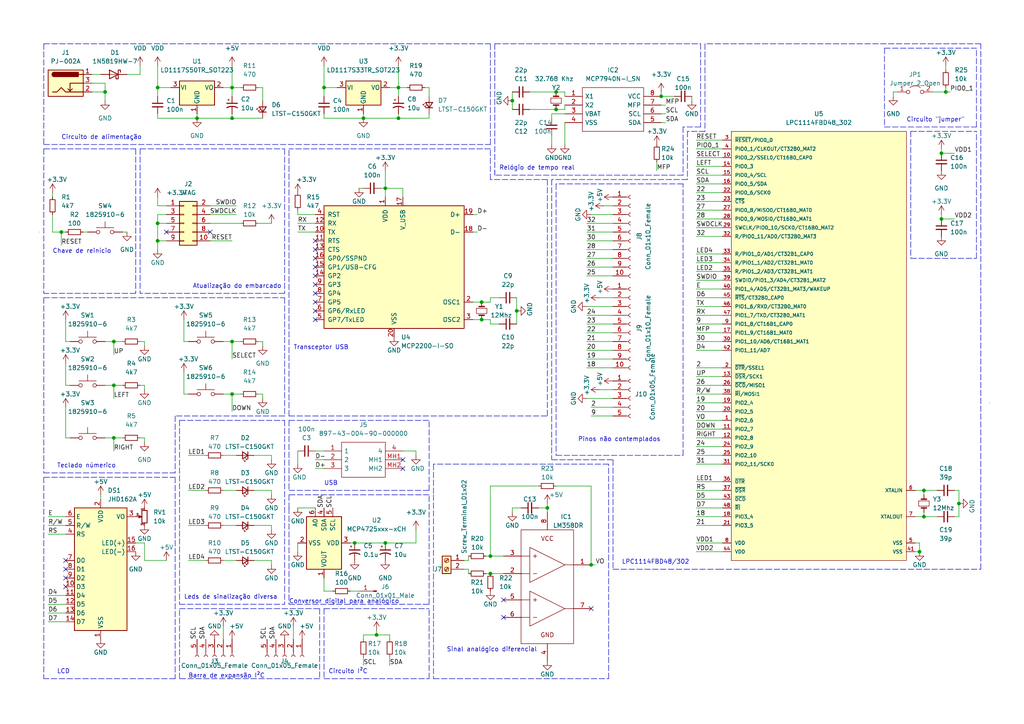
<source format=kicad_sch>
(kicad_sch (version 20250114) (generator "eeschema") (generator_version "9.0")
  (paper "A4")
  (title_block (title "Esquemático do projeto em grupo") (date "2022-10-17") (rev "3/3") (comment 1 "Guilherme F") (comment 2 "Felippe S") (comment 3 "Andressa H") (comment 4 "Autores:"))
  (text "Conversor digital para analógico" (at 83.82 175.26 0) (effects (font (size 1.27 1.27)) (justify left bottom)))
  (text "Circuito de alimentação\n" (at 17.78 40.64 0) (effects (font (size 1.27 1.27)) (justify left bottom)))
  (text "Circuito \"jumper\"\n" (at 262.89 35.56 0) (effects (font (size 1.27 1.27)) (justify left bottom)))
  (text "Relógio de tempo real\n" (at 144.78 49.53 0) (effects (font (size 1.27 1.27)) (justify left bottom)))
  (text "LCD\n" (at 16.51 195.58 0) (effects (font (size 1.27 1.27)) (justify left bottom)))
  (text "Teclado númerico" (at 16.51 135.89 0) (effects (font (size 1.27 1.27)) (justify left bottom)))
  (text "USB" (at 93.98 140.97 0) (effects (font (size 1.27 1.27)) (justify left bottom)))
  (text "Circuito I²C\n" (at 95.25 195.58 0) (effects (font (size 1.27 1.27)) (justify left bottom)))
  (text "Chave de reinício\n" (at 15.24 73.66 0) (effects (font (size 1.27 1.27)) (justify left bottom)))
  (text "Leds de sinalização diversa\n" (at 53.34 173.99 0) (effects (font (size 1.27 1.27)) (justify left bottom)))
  (text "LPC1114FBD48/302\n" (at 180.34 163.83 0) (effects (font (size 1.27 1.27)) (justify left bottom)))
  (text "Transceptor USB\n" (at 85.09 101.6 0) (effects (font (size 1.27 1.27)) (justify left bottom)))
  (text "Pinos não contemplados" (at 167.64 128.27 0) (effects (font (size 1.27 1.27)) (justify left bottom)))
  (text "Barra de expansão I²C\n" (at 54.61 196.85 0) (effects (font (size 1.27 1.27)) (justify left bottom)))
  (text "Atualização do embarcado\n" (at 55.88 83.82 0) (effects (font (size 1.27 1.27)) (justify left bottom)))
  (text "Sinal analógico diferencial\n" (at 129.54 189.23 0) (effects (font (size 1.27 1.27)) (justify left bottom)))
  (junction (at 267.97 149.86))
  (junction (at 139.7 87.63))
  (junction (at 67.31 34.29))
  (junction (at 115.57 25.4))
  (junction (at 139.7 92.71))
  (junction (at 171.45 163.83))
  (junction (at 45.72 69.85))
  (junction (at 142.24 166.37))
  (junction (at 105.41 34.29))
  (junction (at 45.72 25.4))
  (junction (at 149.86 90.17))
  (junction (at 33.02 99.06))
  (junction (at 111.76 54.61))
  (junction (at 17.78 67.31))
  (junction (at 273.05 44.45))
  (junction (at 161.29 31.75))
  (junction (at 67.31 114.3))
  (junction (at 148.59 29.21))
  (junction (at 266.7 160.02))
  (junction (at 33.02 111.76))
  (junction (at 115.57 34.29))
  (junction (at 161.29 26.67))
  (junction (at 142.24 161.29))
  (junction (at 93.98 25.4))
  (junction (at 274.32 26.67))
  (junction (at 111.76 157.48))
  (junction (at 102.87 157.48))
  (junction (at 273.05 63.5))
  (junction (at 57.15 34.29))
  (junction (at 267.97 142.24))
  (junction (at 33.02 127))
  (junction (at 67.31 25.4))
  (junction (at 67.31 99.06))
  (junction (at 109.22 184.15))
  (junction (at 30.48 26.67))
  (junction (at 278.13 146.05))
  (junction (at 45.72 64.77))
  (junction (at 158.75 147.32))
  (junction (at 191.77 27.94))
  (no_connect (at 171.45 176.53))
  (no_connect (at 91.44 90.17))
  (no_connect (at 91.44 92.71))
  (no_connect (at 48.26 67.31))
  (no_connect (at 60.96 67.31))
  (no_connect (at 19.05 165.1))
  (no_connect (at 146.05 179.07))
  (no_connect (at 146.05 173.99))
  (no_connect (at 91.44 69.85))
  (no_connect (at 91.44 72.39))
  (no_connect (at 19.05 170.18))
  (no_connect (at 19.05 167.64))
  (no_connect (at 91.44 74.93))
  (no_connect (at 19.05 162.56))
  (no_connect (at 116.84 133.35))
  (no_connect (at 116.84 135.89))
  (no_connect (at 91.44 87.63))
  (no_connect (at 91.44 85.09))
  (no_connect (at 91.44 82.55))
  (no_connect (at 91.44 77.47))
  (no_connect (at 91.44 80.01))
  (wire (pts (xy 53.34 99.06) (xy 53.34 92.71)))
  (polyline (pts (xy 92.71 196.85) (xy 52.07 196.85)) (stroke (width 0) (type dash)))
  (polyline (pts (xy 143.51 49.53) (xy 143.51 50.8)) (stroke (width 0) (type dash)))
  (wire (pts (xy 113.03 190.5) (xy 113.03 193.04)))
  (wire (pts (xy 30.48 24.13) (xy 30.48 26.67)))
  (wire (pts (xy 40.64 19.05) (xy 40.64 21.59)))
  (wire (pts (xy 67.31 33.02) (xy 67.31 34.29)))
  (wire (pts (xy 120.65 130.81) (xy 120.65 132.08)))
  (wire (pts (xy 67.31 19.05) (xy 67.31 25.4)))
  (polyline (pts (xy 203.2 36.83) (xy 198.12 36.83)) (stroke (width 0) (type dash)))
  (wire (pts (xy 134.62 162.56) (xy 135.89 162.56)))
  (wire (pts (xy 260.35 26.67) (xy 259.08 26.67)))
  (wire (pts (xy 45.72 34.29) (xy 57.15 34.29)))
  (wire (pts (xy 201.93 124.46) (xy 209.55 124.46)))
  (wire (pts (xy 201.93 60.96) (xy 209.55 60.96)))
  (wire (pts (xy 45.72 59.69) (xy 45.72 57.15)))
  (wire (pts (xy 86.36 67.31) (xy 91.44 67.31)))
  (wire (pts (xy 57.15 33.02) (xy 57.15 34.29)))
  (wire (pts (xy 170.18 77.47) (xy 177.8 77.47)))
  (wire (pts (xy 74.93 114.3) (xy 76.2 114.3)))
  (wire (pts (xy 201.93 109.22) (xy 209.55 109.22)))
  (wire (pts (xy 201.93 45.72) (xy 209.55 45.72)))
  (polyline (pts (xy 12.7 43.18) (xy 12.7 85.09)) (stroke (width 0) (type dash)))
  (wire (pts (xy 13.97 177.8) (xy 19.05 177.8)))
  (wire (pts (xy 201.93 147.32) (xy 209.55 147.32)))
  (wire (pts (xy 67.31 25.4) (xy 67.31 27.94)))
  (wire (pts (xy 142.24 92.71) (xy 139.7 92.71)))
  (polyline (pts (xy 161.29 53.34) (xy 161.29 58.42)) (stroke (width 0) (type dash)))
  (wire (pts (xy 278.13 142.24) (xy 276.86 142.24)))
  (wire (pts (xy 17.78 67.31) (xy 19.05 67.31)))
  (wire (pts (xy 163.83 27.94) (xy 163.83 26.67)))
  (polyline (pts (xy 40.64 43.18) (xy 82.55 43.18)) (stroke (width 0) (type dash)))
  (wire (pts (xy 64.77 181.61) (xy 64.77 185.42)))
  (wire (pts (xy 191.77 30.48) (xy 193.04 30.48)))
  (polyline (pts (xy 83.82 120.65) (xy 158.75 120.65)) (stroke (width 0) (type dash)))
  (wire (pts (xy 201.93 111.76) (xy 209.55 111.76)))
  (polyline (pts (xy 142.24 52.07) (xy 142.24 43.18)) (stroke (width 0) (type dash)))
  (wire (pts (xy 115.57 33.02) (xy 115.57 34.29)))
  (polyline (pts (xy 264.16 38.1) (xy 264.16 74.93)) (stroke (width 0) (type dash)))
  (wire (pts (xy 259.08 26.67) (xy 259.08 27.94)))
  (polyline (pts (xy 82.55 43.18) (xy 82.55 85.09)) (stroke (width 0) (type dash)))
  (wire (pts (xy 91.44 135.89) (xy 93.98 135.89)))
  (wire (pts (xy 173.99 113.03) (xy 177.8 113.03)))
  (polyline (pts (xy 264.16 74.93) (xy 283.21 74.93)) (stroke (width 0) (type dash)))
  (wire (pts (xy 104.14 54.61) (xy 105.41 54.61)))
  (wire (pts (xy 191.77 35.56) (xy 193.04 35.56)))
  (polyline (pts (xy 198.12 50.8) (xy 143.51 50.8)) (stroke (width 0) (type dash)))
  (wire (pts (xy 191.77 27.94) (xy 195.58 27.94)))
  (wire (pts (xy 78.74 142.24) (xy 78.74 143.51)))
  (wire (pts (xy 41.91 162.56) (xy 48.26 162.56)))
  (polyline (pts (xy 284.48 12.7) (xy 204.47 12.7)) (stroke (width 0) (type dash)))
  (polyline (pts (xy 52.07 196.85) (xy 52.07 176.53)) (stroke (width 0) (type dash)))
  (wire (pts (xy 170.18 104.14) (xy 177.8 104.14)))
  (wire (pts (xy 170.18 72.39) (xy 177.8 72.39)))
  (wire (pts (xy 201.93 144.78) (xy 209.55 144.78)))
  (polyline (pts (xy 161.29 132.08) (xy 198.12 132.08)) (stroke (width 0) (type dash)))
  (wire (pts (xy 86.36 62.23) (xy 91.44 62.23)))
  (polyline (pts (xy 52.07 175.26) (xy 82.55 175.26)) (stroke (width 0) (type dash)))
  (wire (pts (xy 201.93 129.54) (xy 209.55 129.54)))
  (wire (pts (xy 156.21 140.97) (xy 142.24 140.97)))
  (wire (pts (xy 201.93 91.44) (xy 209.55 91.44)))
  (wire (pts (xy 267.97 148.59) (xy 267.97 149.86)))
  (wire (pts (xy 74.93 25.4) (xy 76.2 25.4)))
  (wire (pts (xy 148.59 147.32) (xy 148.59 148.59)))
  (polyline (pts (xy 12.7 43.18) (xy 39.37 43.18)) (stroke (width 0) (type dash)))
  (wire (pts (xy 86.36 157.48) (xy 86.36 160.02)))
  (wire (pts (xy 120.65 153.67) (xy 120.65 157.48)))
  (polyline (pts (xy 142.24 43.18) (xy 83.82 43.18)) (stroke (width 0) (type dash)))
  (wire (pts (xy 140.97 161.29) (xy 142.24 161.29)))
  (wire (pts (xy 15.24 62.23) (xy 15.24 67.31)))
  (wire (pts (xy 45.72 62.23) (xy 45.72 64.77)))
  (wire (pts (xy 73.66 152.4) (xy 78.74 152.4)))
  (polyline (pts (xy 92.71 176.53) (xy 92.71 196.85)) (stroke (width 0) (type dash)))
  (wire (pts (xy 278.13 149.86) (xy 276.86 149.86)))
  (wire (pts (xy 163.83 31.75) (xy 161.29 31.75)))
  (wire (pts (xy 161.29 31.75) (xy 153.67 31.75)))
  (wire (pts (xy 201.93 142.24) (xy 209.55 142.24)))
  (wire (pts (xy 135.89 162.56) (xy 135.89 161.29)))
  (wire (pts (xy 163.83 41.91) (xy 163.83 35.56)))
  (polyline (pts (xy 83.82 175.26) (xy 124.46 175.26)) (stroke (width 0) (type dash)))
  (wire (pts (xy 201.93 157.48) (xy 209.55 157.48)))
  (wire (pts (xy 201.93 48.26) (xy 209.55 48.26)))
  (polyline (pts (xy 264.16 38.1) (xy 283.21 38.1)) (stroke (width 0) (type dash)))
  (polyline (pts (xy 158.75 52.07) (xy 158.75 102.87)) (stroke (width 0) (type dash)))
  (polyline (pts (xy 161.29 58.42) (xy 161.29 132.08)) (stroke (width 0) (type dash)))
  (wire (pts (xy 41.91 128.27) (xy 41.91 127)))
  (wire (pts (xy 170.18 88.9) (xy 177.8 88.9)))
  (wire (pts (xy 20.32 127) (xy 19.05 127)))
  (wire (pts (xy 191.77 26.67) (xy 191.77 27.94)))
  (polyline (pts (xy 125.73 143.51) (xy 125.73 196.85)) (stroke (width 0) (type dash)))
  (wire (pts (xy 15.24 55.88) (xy 15.24 57.15)))
  (wire (pts (xy 190.5 46.99) (xy 190.5 49.53)))
  (wire (pts (xy 64.77 162.56) (xy 68.58 162.56)))
  (wire (pts (xy 158.75 147.32) (xy 158.75 148.59)))
  (wire (pts (xy 140.97 166.37) (xy 142.24 166.37)))
  (polyline (pts (xy 93.98 176.53) (xy 124.46 176.53)) (stroke (width 0) (type dash)))
  (wire (pts (xy 201.93 106.68) (xy 209.55 106.68)))
  (wire (pts (xy 111.76 49.53) (xy 111.76 54.61)))
  (wire (pts (xy 109.22 182.88) (xy 109.22 184.15)))
  (wire (pts (xy 60.96 59.69) (xy 68.58 59.69)))
  (wire (pts (xy 41.91 157.48) (xy 41.91 162.56)))
  (wire (pts (xy 54.61 162.56) (xy 59.69 162.56)))
  (wire (pts (xy 201.93 66.04) (xy 209.55 66.04)))
  (polyline (pts (xy 124.46 142.24) (xy 124.46 121.92)) (stroke (width 0) (type dash)))
  (polyline (pts (xy 82.55 86.36) (xy 82.55 120.65)) (stroke (width 0) (type dash)))
  (wire (pts (xy 110.49 54.61) (xy 111.76 54.61)))
  (polyline (pts (xy 125.73 196.85) (xy 176.53 196.85)) (stroke (width 0) (type dash)))
  (wire (pts (xy 35.56 67.31) (xy 36.83 67.31)))
  (polyline (pts (xy 50.8 120.65) (xy 50.8 137.16)) (stroke (width 0) (type dash)))
  (wire (pts (xy 76.2 115.57) (xy 76.2 114.3)))
  (wire (pts (xy 201.93 76.2) (xy 209.55 76.2)))
  (wire (pts (xy 86.36 147.32) (xy 91.44 147.32)))
  (polyline (pts (xy 222.25 165.1) (xy 284.48 165.1)) (stroke (width 0) (type dash)))
  (wire (pts (xy 142.24 86.36) (xy 142.24 87.63)))
  (wire (pts (xy 142.24 161.29) (xy 146.05 161.29)))
  (wire (pts (xy 48.26 59.69) (xy 45.72 59.69)))
  (wire (pts (xy 40.64 127) (xy 41.91 127)))
  (wire (pts (xy 30.48 26.67) (xy 30.48 29.21)))
  (polyline (pts (xy 160.02 133.35) (xy 177.8 133.35)) (stroke (width 0) (type dash)))
  (wire (pts (xy 74.93 99.06) (xy 76.2 99.06)))
  (wire (pts (xy 39.37 157.48) (xy 41.91 157.48)))
  (wire (pts (xy 267.97 142.24) (xy 271.78 142.24)))
  (polyline (pts (xy 52.07 121.92) (xy 52.07 175.26)) (stroke (width 0) (type dash)))
  (wire (pts (xy 163.83 30.48) (xy 163.83 31.75)))
  (polyline (pts (xy 83.82 121.92) (xy 124.46 121.92)) (stroke (width 0) (type dash)))
  (wire (pts (xy 201.93 134.62) (xy 209.55 134.62)))
  (polyline (pts (xy 52.07 121.92) (xy 82.55 121.92)) (stroke (width 0) (type dash)))
  (wire (pts (xy 273.05 62.23) (xy 273.05 63.5)))
  (wire (pts (xy 93.98 167.64) (xy 93.98 171.45)))
  (wire (pts (xy 67.31 114.3) (xy 67.31 119.38)))
  (wire (pts (xy 45.72 25.4) (xy 45.72 27.94)))
  (wire (pts (xy 137.16 67.31) (xy 138.43 67.31)))
  (polyline (pts (xy 199.39 52.07) (xy 160.02 52.07)) (stroke (width 0) (type dash)))
  (wire (pts (xy 86.36 64.77) (xy 91.44 64.77)))
  (wire (pts (xy 265.43 149.86) (xy 267.97 149.86)))
  (wire (pts (xy 86.36 60.96) (xy 86.36 62.23)))
  (wire (pts (xy 201.93 96.52) (xy 209.55 96.52)))
  (wire (pts (xy 33.02 111.76) (xy 35.56 111.76)))
  (wire (pts (xy 67.31 99.06) (xy 67.31 104.14)))
  (wire (pts (xy 105.41 184.15) (xy 109.22 184.15)))
  (polyline (pts (xy 142.24 41.91) (xy 142.24 12.7)) (stroke (width 0) (type dash)))
  (wire (pts (xy 201.93 93.98) (xy 209.55 93.98)))
  (wire (pts (xy 201.93 101.6) (xy 209.55 101.6)))
  (wire (pts (xy 265.43 157.48) (xy 266.7 157.48)))
  (wire (pts (xy 274.32 26.67) (xy 274.32 25.4)))
  (polyline (pts (xy 12.7 12.7) (xy 12.7 41.91)) (stroke (width 0) (type dash)))
  (wire (pts (xy 13.97 149.86) (xy 19.05 149.86)))
  (polyline (pts (xy 204.47 12.7) (xy 204.47 38.1)) (stroke (width 0) (type dash)))
  (polyline (pts (xy 143.51 12.7) (xy 143.51 50.8)) (stroke (width 0) (type dash)))
  (wire (pts (xy 124.46 33.02) (xy 124.46 34.29)))
  (wire (pts (xy 19.05 111.76) (xy 19.05 105.41)))
  (polyline (pts (xy 143.51 12.7) (xy 203.2 12.7)) (stroke (width 0) (type dash)))
  (wire (pts (xy 33.02 99.06) (xy 33.02 102.87)))
  (wire (pts (xy 73.66 142.24) (xy 78.74 142.24)))
  (wire (pts (xy 93.98 34.29) (xy 105.41 34.29)))
  (wire (pts (xy 54.61 132.08) (xy 59.69 132.08)))
  (wire (pts (xy 200.66 29.21) (xy 200.66 27.94)))
  (wire (pts (xy 54.61 152.4) (xy 59.69 152.4)))
  (polyline (pts (xy 283.21 74.93) (xy 283.21 38.1)) (stroke (width 0) (type dash)))
  (polyline (pts (xy 256.54 36.83) (xy 283.21 36.83)) (stroke (width 0) (type dash)))
  (wire (pts (xy 201.93 53.34) (xy 209.55 53.34)))
  (wire (pts (xy 41.91 113.03) (xy 41.91 111.76)))
  (polyline (pts (xy 12.7 138.43) (xy 50.8 138.43)) (stroke (width 0) (type dash)))
  (wire (pts (xy 67.31 25.4) (xy 69.85 25.4)))
  (polyline (pts (xy 177.8 133.35) (xy 177.8 165.1)) (stroke (width 0) (type dash)))
  (wire (pts (xy 76.2 100.33) (xy 76.2 99.06)))
  (polyline (pts (xy 12.7 41.91) (xy 142.24 41.91)) (stroke (width 0) (type dash)))
  (wire (pts (xy 45.72 19.05) (xy 45.72 25.4)))
  (wire (pts (xy 201.93 139.7) (xy 209.55 139.7)))
  (polyline (pts (xy 287.02 116.84) (xy 287.02 116.84)) (stroke (width 0) (type dash)))
  (wire (pts (xy 273.05 43.18) (xy 273.05 44.45)))
  (wire (pts (xy 170.18 106.68) (xy 177.8 106.68)))
  (wire (pts (xy 20.32 99.06) (xy 19.05 99.06)))
  (wire (pts (xy 76.2 25.4) (xy 76.2 29.21)))
  (wire (pts (xy 170.18 67.31) (xy 177.8 67.31)))
  (wire (pts (xy 156.21 147.32) (xy 158.75 147.32)))
  (wire (pts (xy 54.61 114.3) (xy 53.34 114.3)))
  (wire (pts (xy 201.93 88.9) (xy 209.55 88.9)))
  (wire (pts (xy 116.84 130.81) (xy 120.65 130.81)))
  (wire (pts (xy 201.93 132.08) (xy 209.55 132.08)))
  (wire (pts (xy 201.93 116.84) (xy 209.55 116.84)))
  (wire (pts (xy 13.97 180.34) (xy 19.05 180.34)))
  (wire (pts (xy 201.93 40.64) (xy 209.55 40.64)))
  (polyline (pts (xy 40.64 43.18) (xy 40.64 85.09)) (stroke (width 0) (type dash)))
  (polyline (pts (xy 83.82 147.32) (xy 83.82 175.26)) (stroke (width 0) (type dash)))
  (wire (pts (xy 201.93 149.86) (xy 209.55 149.86)))
  (wire (pts (xy 17.78 67.31) (xy 17.78 71.12)))
  (polyline (pts (xy 198.12 36.83) (xy 198.12 50.8)) (stroke (width 0) (type dash)))
  (wire (pts (xy 30.48 111.76) (xy 33.02 111.76)))
  (wire (pts (xy 267.97 142.24) (xy 267.97 143.51)))
  (wire (pts (xy 160.02 34.29) (xy 160.02 33.02)))
  (polyline (pts (xy 82.55 120.65) (xy 50.8 120.65)) (stroke (width 0) (type dash)))
  (polyline (pts (xy 204.47 38.1) (xy 199.39 38.1)) (stroke (width 0) (type dash)))
  (wire (pts (xy 201.93 50.8) (xy 209.55 50.8)))
  (wire (pts (xy 57.15 34.29) (xy 67.31 34.29)))
  (wire (pts (xy 266.7 157.48) (xy 266.7 160.02)))
  (wire (pts (xy 116.84 57.15) (xy 116.84 54.61)))
  (wire (pts (xy 33.02 111.76) (xy 33.02 115.57)))
  (polyline (pts (xy 93.98 196.85) (xy 124.46 196.85)) (stroke (width 0) (type dash)))
  (wire (pts (xy 123.19 25.4) (xy 124.46 25.4)))
  (polyline (pts (xy 208.28 165.1) (xy 222.25 165.1)) (stroke (width 0) (type dash)))
  (wire (pts (xy 274.32 26.67) (xy 275.59 26.67)))
  (wire (pts (xy 93.98 171.45) (xy 96.52 171.45)))
  (wire (pts (xy 93.98 33.02) (xy 93.98 34.29)))
  (wire (pts (xy 115.57 27.94) (xy 115.57 25.4)))
  (polyline (pts (xy 50.8 137.16) (xy 50.8 137.16)) (stroke (width 0) (type dash)))
  (wire (pts (xy 161.29 26.67) (xy 153.67 26.67)))
  (wire (pts (xy 101.6 157.48) (xy 102.87 157.48)))
  (wire (pts (xy 104.14 171.45) (xy 101.6 171.45)))
  (wire (pts (xy 161.29 140.97) (xy 171.45 140.97)))
  (polyline (pts (xy 256.54 13.97) (xy 283.21 13.97)) (stroke (width 0) (type dash)))
  (wire (pts (xy 278.13 142.24) (xy 278.13 146.05)))
  (wire (pts (xy 45.72 33.02) (xy 45.72 34.29)))
  (wire (pts (xy 142.24 86.36) (xy 144.78 86.36)))
  (wire (pts (xy 60.96 62.23) (xy 68.58 62.23)))
  (wire (pts (xy 201.93 81.28) (xy 209.55 81.28)))
  (wire (pts (xy 64.77 142.24) (xy 68.58 142.24)))
  (wire (pts (xy 171.45 140.97) (xy 171.45 163.83)))
  (wire (pts (xy 201.93 86.36) (xy 209.55 86.36)))
  (wire (pts (xy 142.24 87.63) (xy 139.7 87.63)))
  (wire (pts (xy 175.26 59.69) (xy 177.8 59.69)))
  (wire (pts (xy 54.61 99.06) (xy 53.34 99.06)))
  (polyline (pts (xy 82.55 85.09) (xy 40.64 85.09)) (stroke (width 0) (type dash)))
  (wire (pts (xy 170.18 93.98) (xy 177.8 93.98)))
  (wire (pts (xy 201.93 114.3) (xy 209.55 114.3)))
  (wire (pts (xy 201.93 99.06) (xy 209.55 99.06)))
  (wire (pts (xy 201.93 119.38) (xy 209.55 119.38)))
  (wire (pts (xy 201.93 43.18) (xy 209.55 43.18)))
  (wire (pts (xy 45.72 69.85) (xy 48.26 69.85)))
  (wire (pts (xy 201.93 152.4) (xy 209.55 152.4)))
  (wire (pts (xy 30.48 99.06) (xy 33.02 99.06)))
  (wire (pts (xy 142.24 140.97) (xy 142.24 161.29)))
  (wire (pts (xy 105.41 34.29) (xy 115.57 34.29)))
  (wire (pts (xy 137.16 87.63) (xy 139.7 87.63)))
  (wire (pts (xy 33.02 127) (xy 35.56 127)))
  (wire (pts (xy 201.93 58.42) (xy 209.55 58.42)))
  (wire (pts (xy 278.13 146.05) (xy 278.13 149.86)))
  (wire (pts (xy 33.02 99.06) (xy 35.56 99.06)))
  (wire (pts (xy 24.13 67.31) (xy 25.4 67.31)))
  (polyline (pts (xy 283.21 36.83) (xy 283.21 13.97)) (stroke (width 0) (type dash)))
  (wire (pts (xy 36.83 21.59) (xy 40.64 21.59)))
  (wire (pts (xy 149.86 86.36) (xy 149.86 90.17)))
  (polyline (pts (xy 11.43 67.31) (xy 11.43 67.31)) (stroke (width 0) (type dash)))
  (polyline (pts (xy 82.55 121.92) (xy 82.55 175.26)) (stroke (width 0) (type dash)))
  (polyline (pts (xy 83.82 120.65) (xy 83.82 43.18)) (stroke (width 0) (type dash)))
  (polyline (pts (xy 176.53 134.62) (xy 125.73 134.62)) (stroke (width 0) (type dash)))
  (polyline (pts (xy 50.8 196.85) (xy 12.7 196.85)) (stroke (width 0) (type dash)))
  (wire (pts (xy 142.24 166.37) (xy 146.05 166.37)))
  (polyline (pts (xy 160.02 52.07) (xy 160.02 133.35)) (stroke (width 0) (type dash)))
  (wire (pts (xy 273.05 44.45) (xy 276.86 44.45)))
  (wire (pts (xy 173.99 86.36) (xy 177.8 86.36)))
  (wire (pts (xy 13.97 172.72) (xy 19.05 172.72)))
  (polyline (pts (xy 93.98 176.53) (xy 93.98 196.85)) (stroke (width 0) (type dash)))
  (wire (pts (xy 170.18 99.06) (xy 177.8 99.06)))
  (wire (pts (xy 148.59 31.75) (xy 148.59 29.21)))
  (wire (pts (xy 105.41 190.5) (xy 105.41 193.04)))
  (wire (pts (xy 26.67 24.13) (xy 30.48 24.13)))
  (wire (pts (xy 19.05 99.06) (xy 19.05 92.71)))
  (wire (pts (xy 170.18 69.85) (xy 177.8 69.85)))
  (wire (pts (xy 76.2 34.29) (xy 67.31 34.29)))
  (polyline (pts (xy 83.82 142.24) (xy 124.46 142.24)) (stroke (width 0) (type dash)))
  (polyline (pts (xy 158.75 52.07) (xy 142.24 52.07)) (stroke (width 0) (type dash)))
  (wire (pts (xy 170.18 115.57) (xy 177.8 115.57)))
  (wire (pts (xy 266.7 160.02) (xy 265.43 160.02)))
  (wire (pts (xy 171.45 118.11) (xy 177.8 118.11)))
  (polyline (pts (xy 124.46 143.51) (xy 83.82 143.51)) (stroke (width 0) (type dash)))
  (wire (pts (xy 45.72 25.4) (xy 49.53 25.4)))
  (wire (pts (xy 163.83 26.67) (xy 161.29 26.67)))
  (polyline (pts (xy 12.7 138.43) (xy 12.7 196.85)) (stroke (width 0) (type dash)))
  (wire (pts (xy 60.96 69.85) (xy 67.31 69.85)))
  (wire (pts (xy 201.93 55.88) (xy 209.55 55.88)))
  (polyline (pts (xy 52.07 176.53) (xy 92.71 176.53)) (stroke (width 0) (type dash)))
  (wire (pts (xy 40.64 111.76) (xy 41.91 111.76)))
  (polyline (pts (xy 50.8 138.43) (xy 50.8 196.85)) (stroke (width 0) (type dash)))
  (wire (pts (xy 91.44 133.35) (xy 93.98 133.35)))
  (wire (pts (xy 19.05 127) (xy 19.05 118.11)))
  (wire (pts (xy 64.77 132.08) (xy 68.58 132.08)))
  (wire (pts (xy 137.16 62.23) (xy 138.43 62.23)))
  (polyline (pts (xy 12.7 86.36) (xy 82.55 86.36)) (stroke (width 0) (type dash)))
  (wire (pts (xy 40.64 99.06) (xy 41.91 99.06)))
  (wire (pts (xy 124.46 34.29) (xy 115.57 34.29)))
  (polyline (pts (xy 198.12 132.08) (xy 198.12 53.34)) (stroke (width 0) (type dash)))
  (wire (pts (xy 151.13 147.32) (xy 148.59 147.32)))
  (wire (pts (xy 91.44 130.81) (xy 93.98 130.81)))
  (wire (pts (xy 13.97 152.4) (xy 19.05 152.4)))
  (wire (pts (xy 201.93 83.82) (xy 209.55 83.82)))
  (wire (pts (xy 170.18 96.52) (xy 177.8 96.52)))
  (wire (pts (xy 124.46 25.4) (xy 124.46 27.94)))
  (wire (pts (xy 64.77 152.4) (xy 68.58 152.4)))
  (wire (pts (xy 160.02 39.37) (xy 160.02 41.91)))
  (polyline (pts (xy 176.53 196.85) (xy 176.53 134.62)) (stroke (width 0) (type dash)))
  (wire (pts (xy 78.74 64.77) (xy 74.93 64.77)))
  (polyline (pts (xy 39.37 43.18) (xy 39.37 85.09)) (stroke (width 0) (type dash)))
  (polyline (pts (xy 12.7 12.7) (xy 142.24 12.7)) (stroke (width 0) (type dash)))
  (wire (pts (xy 142.24 93.98) (xy 144.78 93.98)))
  (wire (pts (xy 116.84 54.61) (xy 111.76 54.61)))
  (polyline (pts (xy 203.2 12.7) (xy 203.2 36.83)) (stroke (width 0) (type dash)))
  (wire (pts (xy 265.43 142.24) (xy 267.97 142.24)))
  (wire (pts (xy 73.66 162.56) (xy 78.74 162.56)))
  (wire (pts (xy 201.93 73.66) (xy 209.55 73.66)))
  (wire (pts (xy 78.74 152.4) (xy 78.74 153.67)))
  (wire (pts (xy 109.22 184.15) (xy 113.03 184.15)))
  (wire (pts (xy 13.97 175.26) (xy 19.05 175.26)))
  (wire (pts (xy 26.67 21.59) (xy 29.21 21.59)))
  (wire (pts (xy 13.97 154.94) (xy 19.05 154.94)))
  (wire (pts (xy 201.93 121.92) (xy 209.55 121.92)))
  (wire (pts (xy 105.41 185.42) (xy 105.41 184.15)))
  (wire (pts (xy 33.02 127) (xy 33.02 130.81)))
  (polyline (pts (xy 83.82 121.92) (xy 83.82 142.24)) (stroke (width 0) (type dash)))
  (wire (pts (xy 113.03 184.15) (xy 113.03 185.42)))
  (wire (pts (xy 93.98 19.05) (xy 93.98 25.4)))
  (wire (pts (xy 135.89 165.1) (xy 135.89 166.37)))
  (wire (pts (xy 45.72 64.77) (xy 45.72 69.85)))
  (wire (pts (xy 201.93 78.74) (xy 209.55 78.74)))
  (wire (pts (xy 30.48 127) (xy 33.02 127)))
  (polyline (pts (xy 198.12 53.34) (xy 161.29 53.34)) (stroke (width 0) (type dash)))
  (wire (pts (xy 149.86 90.17) (xy 149.86 93.98)))
  (wire (pts (xy 85.09 181.61) (xy 85.09 185.42)))
  (polyline (pts (xy 158.75 102.87) (xy 158.75 120.65)) (stroke (width 0) (type dash)))
  (wire (pts (xy 26.67 26.67) (xy 30.48 26.67)))
  (wire (pts (xy 267.97 149.86) (xy 271.78 149.86)))
  (wire (pts (xy 142.24 92.71) (xy 142.24 93.98)))
  (polyline (pts (xy 284.48 165.1) (xy 284.48 12.7)) (stroke (width 0) (type dash)))
  (wire (pts (xy 41.91 100.33) (xy 41.91 99.06)))
  (polyline (pts (xy 125.73 134.62) (xy 125.73 143.51)) (stroke (width 0) (type dash)))
  (wire (pts (xy 170.18 64.77) (xy 177.8 64.77)))
  (wire (pts (xy 45.72 64.77) (xy 48.26 64.77)))
  (wire (pts (xy 201.93 160.02) (xy 209.55 160.02)))
  (wire (pts (xy 115.57 19.05) (xy 115.57 25.4)))
  (wire (pts (xy 93.98 25.4) (xy 97.79 25.4)))
  (wire (pts (xy 170.18 91.44) (xy 177.8 91.44)))
  (polyline (pts (xy 39.37 85.09) (xy 12.7 85.09)) (stroke (width 0) (type dash)))
  (wire (pts (xy 20.32 111.76) (xy 19.05 111.76)))
  (wire (pts (xy 191.77 33.02) (xy 193.04 33.02)))
  (polyline (pts (xy 124.46 175.26) (xy 124.46 143.51)) (stroke (width 0) (type dash)))
  (wire (pts (xy 273.05 63.5) (xy 276.86 63.5)))
  (wire (pts (xy 170.18 74.93) (xy 177.8 74.93)))
  (polyline (pts (xy 124.46 196.85) (xy 124.46 176.53)) (stroke (width 0) (type dash)))
  (wire (pts (xy 105.41 33.02) (xy 105.41 34.29)))
  (polyline (pts (xy 12.7 86.36) (xy 12.7 137.16)) (stroke (width 0) (type dash)))
  (wire (pts (xy 170.18 80.01) (xy 177.8 80.01)))
  (wire (pts (xy 48.26 62.23) (xy 45.72 62.23)))
  (wire (pts (xy 170.18 101.6) (xy 177.8 101.6)))
  (wire (pts (xy 64.77 99.06) (xy 67.31 99.06)))
  (wire (pts (xy 274.32 19.05) (xy 274.32 20.32)))
  (wire (pts (xy 115.57 25.4) (xy 113.03 25.4)))
  (wire (pts (xy 134.62 165.1) (xy 135.89 165.1)))
  (wire (pts (xy 54.61 142.24) (xy 59.69 142.24)))
  (wire (pts (xy 78.74 132.08) (xy 78.74 133.35)))
  (polyline (pts (xy 12.7 137.16) (xy 50.8 137.16)) (stroke (width 0) (type dash)))
  (wire (pts (xy 201.93 68.58) (xy 209.55 68.58)))
  (wire (pts (xy 201.93 63.5) (xy 209.55 63.5)))
  (wire (pts (xy 111.76 54.61) (xy 111.76 57.15)))
  (wire (pts (xy 93.98 25.4) (xy 93.98 27.94)))
  (wire (pts (xy 67.31 114.3) (xy 69.85 114.3)))
  (wire (pts (xy 201.93 127) (xy 209.55 127)))
  (wire (pts (xy 111.76 157.48) (xy 120.65 157.48)))
  (wire (pts (xy 64.77 25.4) (xy 67.31 25.4)))
  (polyline (pts (xy 177.8 165.1) (xy 208.28 165.1)) (stroke (width 0) (type dash)))
  (wire (pts (xy 64.77 114.3) (xy 67.31 114.3)))
  (wire (pts (xy 171.45 120.65) (xy 177.8 120.65)))
  (wire (pts (xy 270.51 26.67) (xy 274.32 26.67)))
  (wire (pts (xy 69.85 64.77) (xy 60.96 64.77)))
  (wire (pts (xy 148.59 29.21) (xy 148.59 26.67)))
  (wire (pts (xy 29.21 143.51) (xy 29.21 144.78)))
  (wire (pts (xy 73.66 132.08) (xy 78.74 132.08)))
  (polyline (pts (xy 256.54 13.97) (xy 256.54 36.83)) (stroke (width 0) (type dash)))
  (wire (pts (xy 171.45 62.23) (xy 177.8 62.23)))
  (wire (pts (xy 102.87 157.48) (xy 111.76 157.48)))
  (wire (pts (xy 115.57 25.4) (xy 118.11 25.4)))
  (wire (pts (xy 158.75 146.05) (xy 158.75 147.32)))
  (wire (pts (xy 160.02 33.02) (xy 163.83 33.02)))
  (wire (pts (xy 45.72 69.85) (xy 45.72 72.39)))
  (wire (pts (xy 137.16 92.71) (xy 139.7 92.71)))
  (wire (pts (xy 67.31 99.06) (xy 69.85 99.06)))
  (wire (pts (xy 78.74 162.56) (xy 78.74 163.83)))
  (polyline (pts (xy 199.39 38.1) (xy 199.39 52.07)) (stroke (width 0) (type dash)))
  (wire (pts (xy 86.36 130.81) (xy 86.36 134.62)))
  (wire (pts (xy 15.24 67.31) (xy 17.78 67.31)))
  (wire (pts (xy 171.45 163.83) (xy 172.72 163.83)))
  (polyline (pts (xy 83.82 143.51) (xy 83.82 147.32)) (stroke (width 0) (type dash)))
  (wire (pts (xy 53.34 114.3) (xy 53.34 107.95)))
  (label "SELECT" (at 67.31 104.14 0))
  (label "RESET" (at 201.93 40.64 0))
  (label "RESET" (at 17.78 71.12 0))
  (label "19" (at 201.93 116.84 0))
  (label "RX" (at 86.36 64.77 0))
  (label "26" (at 170.18 77.47 0))
  (label "25" (at 170.18 80.01 0))
  (label "SCL" (at 201.93 50.8 0))
  (label "20" (at 201.93 119.38 0))
  (label "LEFT" (at 33.02 115.57 0))
  (label "RESET" (at 67.31 69.85 180))
  (label "2" (at 201.93 106.68 0))
  (label "SDA" (at 113.03 193.04 0))
  (label "SWDIO" (at 68.58 59.69 180))
  (label "LED3" (at 54.61 152.4 0))
  (label "PIO0_1" (at 201.93 43.18 0))
  (label "27" (at 170.18 74.93 0))
  (label "22" (at 170.18 96.52 0))
  (label "25" (at 201.93 132.08 0))
  (label "D+" (at 91.44 135.89 0))
  (label "D6" (at 201.93 86.36 0))
  (label "28" (at 170.18 72.39 0))
  (label "32" (at 201.93 68.58 0))
  (label "31" (at 170.18 67.31 0))
  (label "21" (at 201.93 152.4 0))
  (label "23" (at 201.93 58.42 0))
  (label "LED2" (at 54.61 142.24 0))
  (label "23" (at 170.18 93.98 0))
  (label "LED2" (at 201.93 78.74 0))
  (label "UP" (at 201.93 109.22 0))
  (label "D4" (at 13.97 172.72 0))
  (label "22" (at 201.93 55.88 0))
  (label "RS" (at 201.93 142.24 0))
  (label "D4" (at 201.93 101.6 0))
  (label "PIO0_1" (at 275.59 26.67 0))
  (label "RS" (at 13.97 154.94 0))
  (label "SDA" (at 59.69 185.42 90))
  (label "VDD2" (at 201.93 160.02 0))
  (label "DOWN" (at 201.93 124.46 0))
  (label "20" (at 170.18 101.6 0))
  (label "RX" (at 201.93 91.44 0))
  (label "RIGHT" (at 201.93 127 0))
  (label "SCL" (at 57.15 185.42 90))
  (label "32" (at 170.18 64.77 0))
  (label "R{slash}W" (at 13.97 152.4 0))
  (label "SCL" (at 77.47 185.42 90))
  (label "9" (at 171.45 120.65 0))
  (label "18" (at 201.93 149.86 0))
  (label "LED4" (at 201.93 73.66 0))
  (label "24" (at 201.93 129.54 0))
  (label "SDA" (at 201.93 53.34 0))
  (label "TX" (at 86.36 67.31 0))
  (label "31" (at 201.93 134.62 0))
  (label "21" (at 170.18 99.06 0))
  (label "19" (at 170.18 104.14 0))
  (label "RIGHT" (at 33.02 130.81 0))
  (label "D7" (at 13.97 180.34 0))
  (label "MFP" (at 190.5 49.53 0))
  (label "SWDCLK" (at 201.93 66.04 0))
  (label "SDA" (at 80.01 185.42 90))
  (label "SCL" (at 193.04 33.02 0))
  (label "R{slash}W" (at 201.93 114.3 0))
  (label "D7" (at 201.93 147.32 0))
  (label "30" (at 170.18 69.85 0))
  (label "E" (at 201.93 83.82 0))
  (label "SDA" (at 93.98 147.32 90))
  (label "D-" (at 138.43 67.31 0))
  (label "SWDIO" (at 201.93 81.28 0))
  (label "18" (at 170.18 106.68 0))
  (label "VO" (at 201.93 121.92 0))
  (label "30" (at 201.93 99.06 0))
  (label "LEFT" (at 201.93 48.26 0))
  (label "VO" (at 172.72 163.83 0))
  (label "MFP" (at 193.04 30.48 0))
  (label "VDD1" (at 201.93 157.48 0))
  (label "24" (at 170.18 91.44 0))
  (label "LED1" (at 54.61 132.08 0))
  (label "E" (at 13.97 149.86 0))
  (label "2" (at 171.45 118.11 0))
  (label "27" (at 201.93 60.96 0))
  (label "9" (at 201.93 93.98 0))
  (label "SELECT" (at 201.93 45.72 0))
  (label "SWDCLK" (at 68.58 62.23 180))
  (label "LED1" (at 201.93 139.7 0))
  (label "UP" (at 33.02 102.87 0))
  (label "D+" (at 138.43 62.23 0))
  (label "SCL" (at 105.41 193.04 0))
  (label "LED4" (at 54.61 162.56 0))
  (label "MFP" (at 201.93 96.52 0))
  (label "VDD2" (at 276.86 63.5 0))
  (label "28" (at 201.93 63.5 0))
  (label "26" (at 201.93 111.76 0))
  (label "SCL" (at 96.52 147.32 90))
  (label "VDD1" (at 276.86 44.45 0))
  (label "D5" (at 201.93 144.78 0))
  (label "DOWN" (at 67.31 119.38 0))
  (label "LED3" (at 201.93 76.2 0))
  (label "SDA" (at 193.04 35.56 0))
  (label "D6" (at 13.97 177.8 0))
  (label "D-" (at 91.44 133.35 0))
  (label "TX" (at 201.93 88.9 0))
  (label "D5" (at 13.97 175.26 0))
  (symbol (lib_id "power:+3.3V") (at 173.99 113.03 90) (unit 1)
    (property "Reference" "#PWR064" (effects (hide yes)))
    (property "Value" "+3.3V" (at 170.18 111.76 0))
  )
  (symbol (lib_id "Device:C_Small") (at 274.32 142.24 90) (unit 1)
    (property "Reference" "C18" (at 274.32 135.89 90))
    (property "Value" "39p" (at 274.32 138.43 90))
    (property "Footprint" "Capacitor_SMD:C_0805_2012Metric" (effects (hide yes)))
  )
  (symbol (lib_id "power:GND") (at 273.05 49.53 0) (unit 1)
    (property "Reference" "#PWR075" (effects (hide yes)))
    (property "Value" "GND" (at 273.05 54.61 0))
  )
  (symbol (lib_id "power:+5V") (at 67.31 185.42 0) (unit 1)
    (property "Reference" "#PWR026" (effects (hide yes)))
    (property "Value" "+5V" (at 68.58 181.61 0))
  )
  (symbol (lib_id "Device:C_Small") (at 45.72 30.48 0) (unit 1)
    (property "Reference" "C1" (at 48.26 29.2162 0) (effects (justify left)))
    (property "Value" "100n" (at 48.26 31.7562 0) (effects (justify left)))
    (property "Footprint" "Capacitor_SMD:C_0805_2012Metric" (effects (hide yes)))
  )
  (symbol (lib_id "power:GND") (at 86.36 134.62 0) (unit 1)
    (property "Reference" "#PWR037" (effects (hide yes)))
    (property "Value" "GND" (at 88.9 138.43 0) (effects (justify right)))
  )
  (symbol (lib_id "power:GND") (at 39.37 160.02 0) (unit 1)
    (property "Reference" "#PWR09" (effects (hide yes)))
    (property "Value" "GND" (at 39.37 165.1 0))
  )
  (symbol (lib_id "power:GND") (at 45.72 72.39 0) (unit 1)
    (property "Reference" "#PWR018" (effects (hide yes)))
    (property "Value" "GND" (at 45.72 76.2 0))
  )
  (symbol (lib_id "Display_Character:WC1602A") (at 29.21 165.1 0) (unit 1)
    (property "Reference" "DS1" (at 31.2294 142.24 0) (effects (justify left)))
    (property "Value" "JHD162A" (at 31.2294 144.78 0) (effects (justify left)))
    (property "Footprint" "Connector_PinSocket_2.54mm:PinSocket_1x16_P2.54mm_Vertical" (effects (hide yes)))
    (property "Datasheet" "http://www.wincomlcd.com/pdf/WC1602A-SFYLYHTC06.pdf" (effects (hide yes)))
  )
  (symbol (lib_id "power:GND") (at 158.75 191.77 0) (unit 1)
    (property "Reference" "#PWR057" (effects (hide yes)))
    (property "Value" "GND" (at 158.75 195.58 0))
  )
  (symbol (lib_id "power:GND") (at 102.87 162.56 0) (unit 1)
    (property "Reference" "#PWR042" (effects (hide yes)))
    (property "Value" "GND" (at 102.87 167.64 0))
  )
  (symbol (lib_id "Device:C_Small") (at 198.12 27.94 90) (unit 1)
    (property "Reference" "C15" (at 198.1263 22.86 90))
    (property "Value" "100n" (at 198.1263 25.4 90))
    (property "Footprint" "Capacitor_SMD:C_0805_2012Metric" (effects (hide yes)))
  )
  (symbol (lib_id "power:+5V") (at 48.26 162.56 0) (unit 1)
    (property "Reference" "#PWR019" (effects (hide yes)))
    (property "Value" "+5V" (at 48.26 158.75 0))
  )
  (symbol (lib_id "Analog_DAC:MCP4725xxx-xCH") (at 93.98 157.48 270) (unit 1)
    (property "Reference" "U2" (at 109.22 150.9012 90))
    (property "Value" "MCP4725xxx-xCH" (at 109.22 153.4412 90))
    (property "Footprint" "Package_TO_SOT_SMD:SOT-23-6" (effects (hide yes)))
    (property "Datasheet" "http://ww1.microchip.com/downloads/en/DeviceDoc/22039d.pdf" (effects (hide yes)))
  )
  (symbol (lib_id "Device:Crystal_Small") (at 267.97 146.05 90) (unit 1)
    (property "Reference" "Y3" (at 270.51 144.7799 90) (effects (justify right)))
    (property "Value" "12Mhz" (at 270.51 147.3199 90) (effects (justify right)))
    (property "Footprint" "ATS12A:ATS12A" (effects (hide yes)))
  )
  (symbol (lib_id "power:+3.3V") (at 64.77 181.61 0) (unit 1)
    (property "Reference" "#PWR024" (effects (hide yes)))
    (property "Value" "+3.3V" (at 64.77 177.8 0))
  )
  (symbol (lib_id "Device:R_Small") (at 72.39 64.77 90) (unit 1)
    (property "Reference" "R12" (at 72.39 59.69 90))
    (property "Value" "10k" (at 72.39 62.23 90))
    (property "Footprint" "Resistor_SMD:R_0805_2012Metric" (effects (hide yes)))
  )
  (symbol (lib_id "Device:C_Small") (at 160.02 36.83 180) (unit 1)
    (property "Reference" "C14" (at 156.21 35.56 0) (effects (justify right)))
    (property "Value" "100n" (at 154.94 38.1 0) (effects (justify right)))
    (property "Footprint" "Capacitor_SMD:C_0805_2012Metric" (effects (hide yes)))
  )
  (symbol (lib_name "+3.3V_2") (lib_id "power:+3.3V") (at 53.34 92.71 0) (unit 1)
    (property "Reference" "#PWR020" (effects (hide yes)))
    (property "Value" "+3.3V" (at 53.34 88.9 0))
  )
  (symbol (lib_id "power:+3.3V") (at 85.09 181.61 0) (unit 1)
    (property "Reference" "#PWR035" (effects (hide yes)))
    (property "Value" "+3.3V" (at 85.09 177.8 0))
  )
  (symbol (lib_id "Device:C_Small") (at 153.67 147.32 90) (unit 1)
    (property "Reference" "C13" (at 153.67 144.78 90))
    (property "Value" "100n" (at 153.67 149.86 90))
    (property "Footprint" "Capacitor_SMD:C_0805_2012Metric" (effects (hide yes)))
  )
  (symbol (lib_id "power:+3.3V") (at 190.5 41.91 0) (unit 1)
    (property "Reference" "#PWR069" (effects (hide yes)))
    (property "Value" "+3.3V" (at 190.5 38.1 0))
  )
  (symbol (lib_id "Switch:SW_Push") (at 25.4 111.76 0) (unit 1)
    (property "Reference" "SW2" (at 25.4 104.14 0))
    (property "Value" "1825910-6" (at 25.4 106.68 0))
    (property "Footprint" "1825910-6:SW_1825910-6-4" (effects (hide yes)))
  )
  (symbol (lib_id "Device:LED_Small") (at 71.12 132.08 180) (unit 1)
    (property "Reference" "D2" (at 71.12 127 0))
    (property "Value" "LTST-C150GKT" (at 72.39 129.54 0))
    (property "Footprint" "LTST-C150GKT:RESC3015X65" (effects (hide yes)))
  )
  (symbol (lib_id "power:GND") (at 148.59 148.59 0) (unit 1)
    (property "Reference" "#PWR054" (effects (hide yes)))
    (property "Value" "GND" (at 148.59 152.4 0))
  )
  (symbol (lib_id "power:GND") (at 78.74 143.51 0) (unit 1)
    (property "Reference" "#PWR031" (effects (hide yes)))
    (property "Value" "GND" (at 78.74 147.32 0))
  )
  (symbol (lib_id "Connector:Conn_01x10_Female") (at 182.88 93.98 0) (unit 1)
    (property "Reference" "J9" (at 185.42 95.25 90))
    (property "Value" "Conn_01x10_Female" (at 187.96 95.25 90))
    (property "Footprint" "Connector_PinSocket_2.54mm:PinSocket_1x10_P2.54mm_Vertical" (effects (hide yes)))
  )
  (symbol (lib_id "power:GND") (at 273.05 68.58 0) (unit 1)
    (property "Reference" "#PWR077" (effects (hide yes)))
    (property "Value" "GND" (at 273.05 73.66 0))
  )
  (symbol (lib_id "power:GND") (at 76.2 115.57 0) (unit 1)
    (property "Reference" "#PWR028" (effects (hide yes)))
    (property "Value" "GND" (at 76.2 119.38 0))
  )
  (symbol (lib_id "Device:R_Small") (at 86.36 58.42 0) (unit 1)
    (property "Reference" "R15" (at 88.9 57.1499 0) (effects (justify left)))
    (property "Value" "4k7" (at 88.9 59.6899 0) (effects (justify left)))
    (property "Footprint" "Resistor_SMD:R_0805_2012Metric" (effects (hide yes)))
  )
  (symbol (lib_id "power:+3.3V") (at 273.05 43.18 0) (unit 1)
    (property "Reference" "#PWR074" (effects (hide yes)))
    (property "Value" "+3.3V" (at 273.05 39.37 0))
  )
  (symbol (lib_id "Device:R_Small") (at 158.75 140.97 90) (unit 1)
    (property "Reference" "R23" (at 158.75 135.89 90))
    (property "Value" "10k" (at 158.75 138.43 90))
    (property "Footprint" "Resistor_SMD:R_0805_2012Metric" (effects (hide yes)))
  )
  (symbol (lib_id "power:GND") (at 41.91 152.4 0) (unit 1)
    (property "Reference" "#PWR015" (effects (hide yes)))
    (property "Value" "GND" (at 41.91 156.21 0))
  )
  (symbol (lib_id "power:+3.3V") (at 109.22 182.88 0) (unit 1)
    (property "Reference" "#PWR045" (effects (hide yes)))
    (property "Value" "+3.3V" (at 109.22 179.07 0))
  )
  (symbol (lib_id "power:GND") (at 114.3 97.79 0) (unit 1)
    (property "Reference" "#PWR048" (effects (hide yes)))
    (property "Value" "GND" (at 114.3 101.6 0))
  )
  (symbol (lib_id "Device:C_Polarized_Small_US") (at 115.57 30.48 0) (unit 1)
    (property "Reference" "C8" (at 118.11 28.7781 0) (effects (justify left)))
    (property "Value" "10u" (at 118.11 31.3181 0) (effects (justify left)))
    (property "Footprint" "Capacitor_SMD:CP_Elec_3x5.3" (effects (hide yes)))
  )
  (symbol (lib_id "Device:C_Small") (at 273.05 66.04 0) (unit 1)
    (property "Reference" "C17" (at 275.59 64.7762 0) (effects (justify left)))
    (property "Value" "100n" (at 275.59 67.3162 0) (effects (justify left)))
    (property "Footprint" "Capacitor_SMD:C_0805_2012Metric" (effects (hide yes)))
  )
  (symbol (lib_id "power:GND") (at 29.21 185.42 0) (unit 1)
    (property "Reference" "#PWR06" (effects (hide yes)))
    (property "Value" "GND" (at 29.21 189.23 0))
  )
  (symbol (lib_id "Device:R_Potentiometer_Small") (at 41.91 149.86 0) (mirror y) (unit 1)
    (property "Reference" "RV1" (at 44.45 148.5899 0) (effects (justify right)))
    (property "Value" "10k" (at 44.45 151.1299 0) (effects (justify right)))
    (property "Footprint" "Potentiometer_THT:Potentiometer_Bourns_3296W_Vertical" (effects (hide yes)))
  )
  (symbol (lib_id "Device:R_Small") (at 72.39 25.4 90) (unit 1)
    (property "Reference" "R11" (at 72.39 19.05 90))
    (property "Value" "470" (at 72.39 21.59 90))
    (property "Footprint" "Resistor_SMD:R_0805_2012Metric" (effects (hide yes)))
  )
  (symbol (lib_id "Device:R_Small") (at 21.59 67.31 90) (unit 1)
    (property "Reference" "R2" (at 21.59 62.23 90))
    (property "Value" "100" (at 21.59 64.77 90))
    (property "Footprint" "Resistor_SMD:R_0805_2012Metric" (effects (hide yes)))
  )
  (symbol (lib_id "power:VDD") (at 40.64 19.05 0) (unit 1)
    (property "Reference" "#PWR010" (effects (hide yes)))
    (property "Value" "VDD" (at 40.64 13.97 0))
  )
  (symbol (lib_id "Regulator_Linear:LD1117S33TR_SOT223") (at 105.41 25.4 0) (unit 1)
    (property "Reference" "U3" (at 105.41 17.78 0))
    (property "Value" "LD1117S33TR_SOT223" (at 105.41 20.32 0))
    (property "Footprint" "Package_TO_SOT_SMD:SOT-223-3_TabPin2" (effects (hide yes)))
    (property "Datasheet" "http://www.st.com/st-web-ui/static/active/en/resource/technical/document/datasheet/CD00000544.pdf" (effects (hide yes)))
  )
  (symbol (lib_id "Device:R_Small") (at 62.23 162.56 90) (unit 1)
    (property "Reference" "R10" (at 62.23 157.48 90))
    (property "Value" "470" (at 62.23 160.02 90))
    (property "Footprint" "Resistor_SMD:R_0805_2012Metric" (effects (hide yes)))
  )
  (symbol (lib_id "power:GND") (at 57.15 34.29 0) (unit 1)
    (property "Reference" "#PWR022" (effects (hide yes)))
    (property "Value" "GND" (at 57.15 39.37 0))
  )
  (symbol (lib_id "Switch:SW_Push") (at 25.4 127 0) (unit 1)
    (property "Reference" "SW3" (at 25.4 116.84 0))
    (property "Value" "1825910-6" (at 25.4 119.38 0))
    (property "Footprint" "1825910-6:SW_1825910-6-4" (effects (hide yes)))
  )
  (symbol (lib_id "power:GND") (at 86.36 147.32 0) (unit 1)
    (property "Reference" "#PWR038" (effects (hide yes)))
    (property "Value" "GND" (at 86.36 151.13 0))
  )
  (symbol (lib_id "power:+5V") (at 29.21 143.51 0) (unit 1)
    (property "Reference" "#PWR05" (effects (hide yes)))
    (property "Value" "+5V" (at 29.21 139.7 0))
  )
  (symbol (lib_id "Jumper:Jumper_2_Open") (at 265.43 26.67 0) (unit 1)
    (property "Reference" "JP1" (at 265.43 21.59 0))
    (property "Value" "Jumper_2_Open" (at 265.43 24.13 0))
    (property "Footprint" "Connector_PinHeader_2.54mm:PinHeader_1x02_P2.54mm_Vertical" (effects (hide yes)))
  )
  (symbol (lib_id "Device:C_Small") (at 151.13 31.75 270) (unit 1)
    (property "Reference" "C12" (at 151.13 38.1 90))
    (property "Value" "22p" (at 151.13 35.56 90))
    (property "Footprint" "Capacitor_SMD:C_0805_2012Metric" (effects (hide yes)))
  )
  (symbol (lib_id "power:GND") (at 148.59 29.21 270) (unit 1)
    (property "Reference" "#PWR053" (effects (hide yes)))
    (property "Value" "GND" (at 144.78 30.48 0) (effects (justify right)))
  )
  (symbol (lib_id "power:GND") (at 78.74 133.35 0) (unit 1)
    (property "Reference" "#PWR030" (effects (hide yes)))
    (property "Value" "GND" (at 78.74 137.16 0))
  )
  (symbol (lib_id "Device:R_Small") (at 15.24 59.69 180) (unit 1)
    (property "Reference" "R1" (at 17.78 57.15 0) (effects (justify right)))
    (property "Value" "4k7" (at 17.78 59.69 0) (effects (justify right)))
    (property "Footprint" "Resistor_SMD:R_0805_2012Metric" (effects (hide yes)))
  )
  (symbol (lib_id "power:GND") (at 142.24 171.45 0) (unit 1)
    (property "Reference" "#PWR052" (effects (hide yes)))
    (property "Value" "GND" (at 142.24 175.26 0))
  )
  (symbol (lib_id "Connector:Conn_01x05_Female") (at 82.55 190.5 270) (unit 1)
    (property "Reference" "J4" (at 82.55 191.77 90))
    (property "Value" "Conn_01x05_Female" (at 82.55 193.04 90))
    (property "Footprint" "Connector_PinSocket_2.54mm:PinSocket_1x05_P2.54mm_Vertical" (effects (hide yes)))
  )
  (symbol (lib_id "power:GND") (at 259.08 27.94 0) (unit 1)
    (property "Reference" "#PWR072" (effects (hide yes)))
    (property "Value" "GND" (at 259.08 33.02 0))
  )
  (symbol (lib_id "power:GND") (at 41.91 113.03 0) (unit 1)
    (property "Reference" "#PWR012" (effects (hide yes)))
    (property "Value" "GND" (at 41.91 116.84 0))
  )
  (symbol (lib_id "Connector:Conn_01x05_Female") (at 182.88 115.57 0) (unit 1)
    (property "Reference" "J10" (at 184.15 114.2999 0) (effects (justify left)))
    (property "Value" "Conn_01x05_Female" (at 189.23 121.92 90) (effects (justify left)))
    (property "Footprint" "Connector_PinSocket_2.54mm:PinSocket_1x05_P2.54mm_Vertical" (effects (hide yes)))
  )
  (symbol (lib_id "Device:R_Small") (at 62.23 132.08 90) (unit 1)
    (property "Reference" "R7" (at 62.23 127 90))
    (property "Value" "470" (at 62.23 129.54 90))
    (property "Footprint" "Resistor_SMD:R_0805_2012Metric" (effects (hide yes)))
  )
  (symbol (lib_id "power:+5V") (at 177.8 110.49 90) (unit 1)
    (property "Reference" "#PWR068" (effects (hide yes)))
    (property "Value" "+5V" (at 173.99 107.95 0) (effects (justify right)))
  )
  (symbol (lib_id "Device:R_Small") (at 142.24 168.91 180) (unit 1)
    (property "Reference" "R22" (at 144.78 167.6399 0) (effects (justify right)))
    (property "Value" "10k" (at 144.78 170.1799 0) (effects (justify right)))
    (property "Footprint" "Resistor_SMD:R_0805_2012Metric" (effects (hide yes)))
  )
  (symbol (lib_id "power:GND") (at 278.13 146.05 90) (unit 1)
    (property "Reference" "#PWR079" (effects (hide yes)))
    (property "Value" "GND" (at 281.94 144.78 0) (effects (justify right)))
  )
  (symbol (lib_id "power:GND") (at 111.76 162.56 0) (unit 1)
    (property "Reference" "#PWR047" (effects (hide yes)))
    (property "Value" "GND" (at 111.76 167.64 0))
  )
  (symbol (lib_id "Connector:Conn_01x05_Female") (at 62.23 190.5 270) (unit 1)
    (property "Reference" "J3" (at 62.23 191.77 90))
    (property "Value" "Conn_01x05_Female" (at 62.23 193.04 90))
    (property "Footprint" "Connector_PinSocket_2.54mm:PinSocket_1x05_P2.54mm_Vertical" (effects (hide yes)))
  )
  (symbol (lib_id "Device:C_Polarized_Small_US") (at 67.31 30.48 0) (unit 1)
    (property "Reference" "C2" (at 69.85 28.7781 0) (effects (justify left)))
    (property "Value" "10u" (at 69.85 31.3181 0) (effects (justify left)))
    (property "Footprint" "Capacitor_SMD:CP_Elec_3x5.3" (effects (hide yes)))
  )
  (symbol (lib_id "power:GND") (at 62.23 185.42 180) (unit 1)
    (property "Reference" "#PWR023" (effects (hide yes)))
    (property "Value" "GND" (at 62.23 181.61 0))
  )
  (symbol (lib_id "Device:R_Small") (at 38.1 99.06 90) (unit 1)
    (property "Reference" "R3" (at 38.1 92.71 90))
    (property "Value" "4k7" (at 38.1 95.25 90))
    (property "Footprint" "Resistor_SMD:R_0805_2012Metric" (effects (hide yes)))
  )
  (symbol (lib_id "power:+3.3V") (at 274.32 19.05 0) (unit 1)
    (property "Reference" "#PWR078" (effects (hide yes)))
    (property "Value" "+3.3V" (at 274.32 15.24 0))
  )
  (symbol (lib_id "Switch:SW_Push") (at 59.69 114.3 0) (unit 1)
    (property "Reference" "SW6" (at 59.69 106.68 0))
    (property "Value" "1825910-6" (at 59.69 109.22 0))
    (property "Footprint" "1825910-6:SW_1825910-6-4" (effects (hide yes)))
  )
  (symbol (lib_id "power:GND") (at 104.14 54.61 0) (unit 1)
    (property "Reference" "#PWR043" (effects (hide yes)))
    (property "Value" "GND" (at 104.14 58.42 0))
  )
  (symbol (lib_id "Device:C_Small") (at 147.32 93.98 90) (unit 1)
    (property "Reference" "C10" (at 147.32 97.79 90))
    (property "Value" "22p" (at 147.32 100.33 90))
    (property "Footprint" "Capacitor_SMD:C_0805_2012Metric" (effects (hide yes)))
  )
  (symbol (lib_id "power:GND") (at 36.83 67.31 0) (unit 1)
    (property "Reference" "#PWR08" (effects (hide yes)))
    (property "Value" "GND" (at 36.83 72.39 0))
  )
  (symbol (lib_id "power:GND") (at 41.91 100.33 0) (unit 1)
    (property "Reference" "#PWR011" (effects (hide yes)))
    (property "Value" "GND" (at 41.91 104.14 0))
  )
  (symbol (lib_id "power:GND") (at 170.18 115.57 270) (unit 1)
    (property "Reference" "#PWR061" (effects (hide yes)))
    (property "Value" "GND" (at 166.37 115.57 0))
  )
  (symbol (lib_id "Interface_USB:MCP2200-I-SO") (at 114.3 77.47 0) (unit 1)
    (property "Reference" "U4" (at 116.3194 97.79 0) (effects (justify left)))
    (property "Value" "MCP2200-I-SO" (at 116.3194 100.33 0) (effects (justify left)))
    (property "Footprint" "Package_SO:SOIC-20W_7.5x12.8mm_P1.27mm" (effects (hide yes)))
    (property "Datasheet" "http://ww1.microchip.com/downloads/en/DeviceDoc/200022228D.pdf" (effects (hide yes)))
  )
  (symbol (lib_id "Regulator_Linear:LD1117S50TR_SOT223") (at 57.15 25.4 0) (unit 1)
    (property "Reference" "U1" (at 57.15 17.78 0))
    (property "Value" "LD1117S50TR_SOT223" (at 57.15 20.32 0))
    (property "Footprint" "Package_TO_SOT_SMD:SOT-223-3_TabPin2" (effects (hide yes)))
    (property "Datasheet" "http://www.st.com/st-web-ui/static/active/en/resource/technical/document/datasheet/CD00000544.pdf" (effects (hide yes)))
  )
  (symbol (lib_id "power:GND") (at 170.18 88.9 270) (unit 1)
    (property "Reference" "#PWR060" (effects (hide yes)))
    (property "Value" "GND" (at 166.37 88.9 0))
  )
  (symbol (lib_name "+3.3V_2") (lib_id "power:+3.3V") (at 19.05 92.71 0) (unit 1)
    (property "Reference" "#PWR02" (effects (hide yes)))
    (property "Value" "+3.3V" (at 20.32 88.9 0))
  )
  (symbol (lib_id "Device:C_Small") (at 151.13 26.67 270) (unit 1)
    (property "Reference" "C11" (at 151.13 22.86 90))
    (property "Value" "22p" (at 151.13 20.32 90))
    (property "Footprint" "Capacitor_SMD:C_0805_2012Metric" (effects (hide yes)))
  )
  (symbol (lib_id "power:GND") (at 171.45 62.23 270) (unit 1)
    (property "Reference" "#PWR062" (effects (hide yes)))
    (property "Value" "GND" (at 167.64 62.23 0))
  )
  (symbol (lib_id "Device:R_Small") (at 120.65 25.4 90) (unit 1)
    (property "Reference" "R19" (at 120.65 19.05 90))
    (property "Value" "470" (at 120.65 21.59 90))
    (property "Footprint" "Resistor_SMD:R_0805_2012Metric" (effects (hide yes)))
  )
  (symbol (lib_id "Device:Crystal_Small") (at 139.7 90.17 90) (unit 1)
    (property "Reference" "Y1" (at 143.51 88.9 90) (effects (justify right)))
    (property "Value" "12Mhz" (at 142.24 91.44 90) (effects (justify right)))
    (property "Footprint" "ATS12A:ATS12A" (effects (hide yes)))
  )
  (symbol (lib_id "LPC1114FBD48_302:LPC1114FBD48_302") (at 207.01 40.64 0) (unit 1)
    (property "Reference" "U5" (at 237.49 33.02 0))
    (property "Value" "LPC1114FBD48_302" (at 237.49 35.56 0))
    (property "Footprint" "eec:NXP_Semiconductors-LPC1114FBD48_302-Manufacturer_Recommended" (effects (hide yes)))
    (property "Datasheet" "http://www.nxp.com/documents/data_sheet/LPC111X.pdf" (effects (hide yes)))
    (property "ADC channels" "8" (effects (hide yes)))
    (property "Code  IEC" "136E05" (effects (hide yes)))
    (property "Code  JEDEC" "MS-026" (effects (hide yes)))
    (property "Component Link 1 Description" "Manufacturer URL" (effects (hide yes)))
    (property "Component Link 1 URL" "http://www.nxp.com/" (effects (hide yes)))
    (property "Datasheet Version" "Rev. 7.1, Apr-2012" (effects (hide yes)))
    (property "Flash" "32 kB" (effects (hide yes)))
    (property "GPIOs" "42" (effects (hide yes)))
    (property "I 2 C" "1" (effects (hide yes)))
    (property "PLL" "Y" (effects (hide yes)))
    (property "Package Description" "LQFP48: Plastic Low Profile Quad Flat Package; 48 Leads; Body 7 x 7 x 1.4 mm" (effects (hide yes)))
    (property "Package Version" "Feb-2003" (effects (hide yes)))
    (property "SPI" "2" (effects (hide yes)))
    (property "SRAM" "8 kB" (effects (hide yes)))
    (property "Timers" "4" (effects (hide yes)))
    (property "UART" "1" (effects (hide yes)))
    (property "VDD max" "3.6 V" (effects (hide yes)))
    (property "VDD min" "1.8 V" (effects (hide yes)))
    (property "VDD typ" "3.3 V" (effects (hide yes)))
    (property "category" "IC" (effects (hide yes)))
    (property "ciiva ids" "10537992" (effects (hide yes)))
    (property "library id" "fd6dc8dc052d34be" (effects (hide yes)))
    (property "manufacturer" "NXP Semiconductors" (effects (hide yes)))
    (property "package" "SOT313-2" (effects (hide yes)))
    (property "release date" "1393812436" (effects (hide yes)))
    (property "vault revision" "400DD799-8673-4547-916C-CE3C7A495C19" (effects (hide yes)))
    (property "fmax" "50 MHz" (effects (hide yes)))
    (property "imported" "yes" (effects (hide yes)))
  )
  (symbol (lib_id "Connector:Conn_01x01_Male") (at 109.22 171.45 180) (unit 1)
    (property "Reference" "J6" (at 111.76 170.18 0))
    (property "Value" "Conn_01x01_Male" (at 111.76 172.72 0))
    (property "Footprint" "Connector_PinHeader_2.54mm:PinHeader_1x01_P2.54mm_Vertical" (effects (hide yes)))
  )
  (symbol (lib_id "Switch:SW_Push") (at 25.4 99.06 0) (unit 1)
    (property "Reference" "SW1" (at 25.4 91.44 0))
    (property "Value" "1825910-6" (at 25.4 93.98 0))
    (property "Footprint" "1825910-6:SW_1825910-6-4" (effects (hide yes)))
  )
  (symbol (lib_id "power:+5V") (at 41.91 147.32 0) (unit 1)
    (property "Reference" "#PWR014" (effects (hide yes)))
    (property "Value" "+5V" (at 41.91 143.51 0))
  )
  (symbol (lib_id "power:GND") (at 163.83 41.91 0) (unit 1)
    (property "Reference" "#PWR059" (effects (hide yes)))
    (property "Value" "GND" (at 163.83 45.72 0))
  )
  (symbol (lib_id "power:+3.3V") (at 175.26 59.69 90) (unit 1)
    (property "Reference" "#PWR065" (effects (hide yes)))
    (property "Value" "+3.3V" (at 171.45 58.42 0))
  )
  (symbol (lib_id "power:GND") (at 82.55 185.42 180) (unit 1)
    (property "Reference" "#PWR034" (effects (hide yes)))
    (property "Value" "GND" (at 82.55 181.61 0))
  )
  (symbol (lib_id "897-43-004-90-000000:897-43-004-90-000000") (at 93.98 130.81 0) (unit 1)
    (property "Reference" "J5" (at 105.41 123.19 0))
    (property "Value" "897-43-004-90-000000" (at 105.41 125.73 0))
    (property "Footprint" "897-43-004-90-000000_USB:8974300490000000" (effects (hide yes)))
    (property "Datasheet" "https://datasheet.datasheetarchive.com/originals/distributors/Datasheets-DGA2/216141.pdf" (effects (hide yes)))
    (property "Description" "MILL MAX - 897-43-004-90-000000 - USB, 2.0 TYPE B, RECEPTACLE, SMT" (effects (hide yes)))
    (property "Height" "11" (effects (hide yes)))
    (property "Mouser Part Number" "575-8974349" (effects (hide yes)))
    (property "Mouser Price/Stock" "https://www.mouser.co.uk/ProductDetail/Mill-Max/897-43-004-90-000000?qs=x6EjVpvqMVNM0AotjG3j0A%3D%3D" (effects (hide yes)))
    (property "Manufacturer_Name" "Mill-Max" (effects (hide yes)))
    (property "Manufacturer_Part_Number" "897-43-004-90-000000" (effects (hide yes)))
  )
  (symbol (lib_id "Switch:SW_Push") (at 30.48 67.31 0) (unit 1)
    (property "Reference" "SW4" (at 30.48 59.69 0))
    (property "Value" "1825910-6" (at 30.48 62.23 0))
    (property "Footprint" "1825910-6:SW_1825910-6-4" (effects (hide yes)))
  )
  (symbol (lib_id "MCP7940N-I_SN:MCP7940N-I_SN") (at 163.83 27.94 0) (unit 1)
    (property "Reference" "IC2" (at 177.8 20.32 0))
    (property "Value" "MCP7940N-I_SN" (at 177.8 22.86 0))
    (property "Footprint" "MCP7940N-I_SN:SOIC127P600X175-8N" (effects (hide yes)))
    (property "Datasheet" "https://datasheet.datasheetarchive.com/originals/distributors/Datasheets-DGA3/278324.pdf" (effects (hide yes)))
    (property "Description" "Real Time Clock I2C GP RTCC 64B SRAM" (effects (hide yes)))
    (property "Height" "1.75" (effects (hide yes)))
    (property "Mouser Part Number" "579-MCP7940N-I/SN" (effects (hide yes)))
    (property "Mouser Price/Stock" "https://www.mouser.co.uk/ProductDetail/Microchip-Technology-Atmel/MCP7940N-I-SN?qs=o%2FJGMiCJeCOTsMP4nrR5Uw%3D%3D" (effects (hide yes)))
    (property "Manufacturer_Name" "Microchip" (effects (hide yes)))
    (property "Manufacturer_Part_Number" "MCP7940N-I/SN" (effects (hide yes)))
  )
  (symbol (lib_id "power:+3.3V") (at 191.77 26.67 0) (unit 1)
    (property "Reference" "#PWR070" (effects (hide yes)))
    (property "Value" "+3.3V" (at 191.77 21.59 0))
  )
  (symbol (lib_id "Device:C_Small") (at 273.05 46.99 0) (unit 1)
    (property "Reference" "C16" (at 275.59 45.7262 0) (effects (justify left)))
    (property "Value" "100n" (at 275.59 48.2662 0) (effects (justify left)))
    (property "Footprint" "Capacitor_SMD:C_0805_2012Metric" (effects (hide yes)))
  )
  (symbol (lib_id "power:GND") (at 41.91 128.27 0) (unit 1)
    (property "Reference" "#PWR013" (effects (hide yes)))
    (property "Value" "GND" (at 41.91 133.35 0))
  )
  (symbol (lib_id "power:+5V") (at 177.8 57.15 90) (unit 1)
    (property "Reference" "#PWR066" (effects (hide yes)))
    (property "Value" "+5V" (at 173.99 54.61 0) (effects (justify right)))
  )
  (symbol (lib_id "Device:R_Small") (at 38.1 127 90) (unit 1)
    (property "Reference" "R5" (at 38.1 120.65 90))
    (property "Value" "4k7" (at 38.1 123.19 90))
    (property "Footprint" "Resistor_SMD:R_0805_2012Metric" (effects (hide yes)))
  )
  (symbol (lib_id "power:GND") (at 120.65 132.08 0) (unit 1)
    (property "Reference" "#PWR050" (effects (hide yes)))
    (property "Value" "GND" (at 123.19 135.89 0) (effects (justify right)))
  )
  (symbol (lib_id "Device:C_Small") (at 88.9 130.81 270) (unit 1)
    (property "Reference" "C3" (at 88.9 127 90))
    (property "Value" "100n" (at 88.9 124.46 90))
    (property "Footprint" "Capacitor_SMD:C_0805_2012Metric" (effects (hide yes)))
  )
  (symbol (lib_name "+3.3V_2") (lib_id "power:+3.3V") (at 19.05 118.11 0) (unit 1)
    (property "Reference" "#PWR04" (effects (hide yes)))
    (property "Value" "+3.3V" (at 20.32 114.3 0))
  )
  (symbol (lib_name "+3.3V_2") (lib_id "power:+3.3V") (at 111.76 49.53 0) (unit 1)
    (property "Reference" "#PWR046" (effects (hide yes)))
    (property "Value" "+3.3V" (at 111.76 45.72 0))
  )
  (symbol (lib_id "Device:D_Schottky") (at 33.02 21.59 0) (mirror y) (unit 1)
    (property "Reference" "D1" (at 33.3375 15.24 0))
    (property "Value" "1N5819HW-7" (at 33.3375 17.78 0))
    (property "Footprint" "1N5819HW-7-F:SOD3716X145N" (effects (hide yes)))
  )
  (symbol (lib_id "Device:R_Small") (at 62.23 142.24 90) (unit 1)
    (property "Reference" "R8" (at 62.23 137.16 90))
    (property "Value" "470" (at 62.23 139.7 90))
    (property "Footprint" "Resistor_SMD:R_0805_2012Metric" (effects (hide yes)))
  )
  (symbol (lib_id "Device:LED_Small") (at 71.12 142.24 180) (unit 1)
    (property "Reference" "D3" (at 71.12 137.16 0))
    (property "Value" "LTST-C150GKT" (at 72.39 139.7 0))
    (property "Footprint" "LTST-C150GKT:RESC3015X65" (effects (hide yes)))
  )
  (symbol (lib_id "Device:R_Small") (at 138.43 161.29 90) (unit 1)
    (property "Reference" "R20" (at 138.43 156.21 90))
    (property "Value" "10k" (at 138.43 158.75 90))
    (property "Footprint" "Resistor_SMD:R_0805_2012Metric" (effects (hide yes)))
  )
  (symbol (lib_id "power:+5V") (at 158.75 146.05 0) (unit 1)
    (property "Reference" "#PWR056" (effects (hide yes)))
    (property "Value" "+5V" (at 161.29 143.51 0))
  )
  (symbol (lib_id "power:+3.3V") (at 45.72 57.15 0) (unit 1)
    (property "Reference" "#PWR017" (effects (hide yes)))
    (property "Value" "+3.3V" (at 48.26 55.8799 0) (effects (justify left)))
  )
  (symbol (lib_id "Device:Crystal_Small") (at 161.29 29.21 270) (unit 1)
    (property "Reference" "Y2" (at 162.56 25.4 90) (effects (justify right)))
    (property "Value" "32.768 Khz" (at 166.37 22.86 90) (effects (justify right)))
    (property "Footprint" "AB38T-32.768KHZ:AB38T32768KHZ" (effects (hide yes)))
  )
  (symbol (lib_id "power:+5V") (at 67.31 19.05 0) (unit 1)
    (property "Reference" "#PWR025" (effects (hide yes)))
    (property "Value" "+5V" (at 67.31 13.97 0))
  )
  (symbol (lib_id "Device:LED_Small") (at 124.46 30.48 90) (unit 1)
    (property "Reference" "D7" (at 127 29.1464 90) (effects (justify right)))
    (property "Value" "LTST-C150GKT" (at 127 31.6864 90) (effects (justify right)))
    (property "Footprint" "LTST-C150GKT:RESC3015X65" (effects (hide yes)))
  )
  (symbol (lib_id "Device:C_Small") (at 274.32 149.86 90) (unit 1)
    (property "Reference" "C19" (at 274.32 153.67 90))
    (property "Value" "39p" (at 274.32 156.21 90))
    (property "Footprint" "Capacitor_SMD:C_0805_2012Metric" (effects (hide yes)))
  )
  (symbol (lib_id "power:GND") (at 160.02 41.91 0) (unit 1)
    (property "Reference" "#PWR058" (effects (hide yes)))
    (property "Value" "GND" (at 160.02 45.72 0))
  )
  (symbol (lib_id "Device:C_Polarized_Small_US") (at 102.87 160.02 0) (unit 1)
    (property "Reference" "C5" (at 105.41 158.3181 0) (effects (justify left)))
    (property "Value" "0.1u" (at 105.41 160.8581 0) (effects (justify left)))
  )
  (symbol (lib_id "Device:R_Small") (at 138.43 166.37 90) (unit 1)
    (property "Reference" "R21" (at 138.43 168.91 90))
    (property "Value" "10k" (at 138.43 171.45 90))
    (property "Footprint" "Resistor_SMD:R_0805_2012Metric" (effects (hide yes)))
  )
  (symbol (lib_id "Device:R_Small") (at 62.23 152.4 90) (unit 1)
    (property "Reference" "R9" (at 62.23 147.32 90))
    (property "Value" "470" (at 62.23 149.86 90))
    (property "Footprint" "Resistor_SMD:R_0805_2012Metric" (effects (hide yes)))
  )
  (symbol (lib_id "Connector:Conn_01x10_Female") (at 182.88 67.31 0) (unit 1)
    (property "Reference" "J8" (at 185.42 68.58 90))
    (property "Value" "Conn_01x10_Female" (at 187.96 68.58 90))
    (property "Footprint" "Connector_PinSocket_2.54mm:PinSocket_1x10_P2.54mm_Vertical" (effects (hide yes)))
  )
  (symbol (lib_id "power:GND") (at 78.74 153.67 0) (unit 1)
    (property "Reference" "#PWR032" (effects (hide yes)))
    (property "Value" "GND" (at 78.74 157.48 0))
  )
  (symbol (lib_id "power:GND") (at 149.86 90.17 90) (unit 1)
    (property "Reference" "#PWR055" (effects (hide yes)))
    (property "Value" "GND" (at 153.67 87.63 0) (effects (justify right)))
  )
  (symbol (lib_id "power:GND") (at 30.48 29.21 0) (unit 1)
    (property "Reference" "#PWR07" (effects (hide yes)))
    (property "Value" "GND" (at 30.48 34.29 0))
  )
  (symbol (lib_id "Connector:Screw_Terminal_01x02") (at 129.54 162.56 0) (mirror y) (unit 1)
    (property "Reference" "J7" (at 127 165.1 0))
    (property "Value" "Screw_Terminal_01x02" (at 134.62 149.86 90))
    (property "Footprint" "TerminalBlock_Phoenix:TerminalBlock_Phoenix_MKDS-1,5-2-5.08_1x02_P5.08mm_Horizontal" (effects (hide yes)))
  )
  (symbol (lib_id "power:+3.3V") (at 120.65 153.67 0) (unit 1)
    (property "Reference" "#PWR051" (effects (hide yes)))
    (property "Value" "+3.3V" (at 120.65 148.59 0))
  )
  (symbol (lib_id "Device:R_Small") (at 72.39 99.06 90) (unit 1)
    (property "Reference" "R13" (at 72.39 92.71 90))
    (property "Value" "4k7" (at 72.39 95.25 90))
    (property "Footprint" "Resistor_SMD:R_0805_2012Metric" (effects (hide yes)))
  )
  (symbol (lib_id "Switch:SW_Push") (at 59.69 99.06 0) (unit 1)
    (property "Reference" "SW5" (at 59.69 91.44 0))
    (property "Value" "1825910-6" (at 59.69 93.98 0))
    (property "Footprint" "1825910-6:SW_1825910-6-4" (effects (hide yes)))
  )
  (symbol (lib_name "+3.3V_2") (lib_id "power:+3.3V") (at 19.05 105.41 0) (unit 1)
    (property "Reference" "#PWR03" (effects (hide yes)))
    (property "Value" "+3.3V" (at 20.32 101.6 0))
  )
  (symbol (lib_id "power:GND") (at 86.36 160.02 0) (unit 1)
    (property "Reference" "#PWR039" (effects (hide yes)))
    (property "Value" "GND" (at 86.36 163.83 0))
  )
  (symbol (lib_id "power:+3.3V") (at 78.74 64.77 0) (unit 1)
    (property "Reference" "#PWR029" (effects (hide yes)))
    (property "Value" "+3.3V" (at 78.74 59.69 0))
  )
  (symbol (lib_id "power:+3.3V") (at 273.05 62.23 0) (unit 1)
    (property "Reference" "#PWR076" (effects (hide yes)))
    (property "Value" "+3.3V" (at 273.05 58.42 0))
  )
  (symbol (lib_id "power:+5V") (at 177.8 83.82 90) (unit 1)
    (property "Reference" "#PWR067" (effects (hide yes)))
    (property "Value" "+5V" (at 173.99 81.28 0) (effects (justify right)))
  )
  (symbol (lib_id "Device:R_Small") (at 72.39 114.3 90) (unit 1)
    (property "Reference" "R14" (at 72.39 107.95 90))
    (property "Value" "4k7" (at 72.39 110.49 90))
    (property "Footprint" "Resistor_SMD:R_0805_2012Metric" (effects (hide yes)))
  )
  (symbol (lib_id "Device:R_Small") (at 99.06 171.45 90) (unit 1)
    (property "Reference" "R16" (at 99.06 166.37 90))
    (property "Value" "100" (at 99.06 168.91 90))
    (property "Footprint" "Resistor_SMD:R_0805_2012Metric" (effects (hide yes)))
  )
  (symbol (lib_id "power:+3.3V") (at 173.99 86.36 90) (unit 1)
    (property "Reference" "#PWR063" (effects (hide yes)))
    (property "Value" "+3.3V" (at 170.18 85.09 0))
  )
  (symbol (lib_id "Device:C_Small") (at 107.95 54.61 90) (unit 1)
    (property "Reference" "C6" (at 107.9563 48.26 90))
    (property "Value" "100n" (at 107.9563 50.8 90))
    (property "Footprint" "Capacitor_SMD:C_0805_2012Metric" (effects (hide yes)))
  )
  (symbol (lib_id "power:GND") (at 78.74 163.83 0) (unit 1)
    (property "Reference" "#PWR033" (effects (hide yes)))
    (property "Value" "GND" (at 78.74 167.64 0))
  )
  (symbol (lib_id "Device:R_Small") (at 274.32 22.86 180) (unit 1)
    (property "Reference" "R25" (at 276.86 20.32 0) (effects (justify right)))
    (property "Value" "10k" (at 276.86 22.86 0) (effects (justify right)))
    (property "Footprint" "Resistor_SMD:R_0805_2012Metric" (effects (hide yes)))
  )
  (symbol (lib_id "Device:C_Polarized_Small_US") (at 111.76 160.02 0) (unit 1)
    (property "Reference" "C7" (at 114.3 158.3181 0) (effects (justify left)))
    (property "Value" "10u" (at 114.3 160.8581 0) (effects (justify left)))
  )
  (symbol (lib_id "power:VDD") (at 45.72 19.05 0) (unit 1)
    (property "Reference" "#PWR016" (effects (hide yes)))
    (property "Value" "VDD" (at 45.72 13.97 0))
  )
  (symbol (lib_id "power:GND") (at 266.7 160.02 0) (unit 1)
    (property "Reference" "#PWR073" (effects (hide yes)))
    (property "Value" "GND" (at 266.7 163.83 0))
  )
  (symbol (lib_name "+3.3V_2") (lib_id "power:+3.3V") (at 86.36 55.88 0) (unit 1)
    (property "Reference" "#PWR036" (effects (hide yes)))
    (property "Value" "+3.3V" (at 88.9 52.07 0))
  )
  (symbol (lib_id "Connector:Barrel_Jack_Switch") (at 19.05 24.13 0) (unit 1)
    (property "Reference" "J1" (at 19.05 15.24 0))
    (property "Value" "PJ-002A" (at 19.05 17.78 0))
    (property "Footprint" "PJ-002A:CUI_PJ-002A" (effects (hide yes)))
  )
  (symbol (lib_id "Device:LED_Small") (at 76.2 31.75 90) (unit 1)
    (property "Reference" "D6" (at 78.74 30.4164 90) (effects (justify right)))
    (property "Value" "LTST-C150GKT" (at 78.74 32.9564 90) (effects (justify right)))
    (property "Footprint" "LTST-C150GKT:RESC3015X65" (effects (hide yes)))
  )
  (symbol (lib_id "power:VDD") (at 93.98 19.05 0) (unit 1)
    (property "Reference" "#PWR041" (effects (hide yes)))
    (property "Value" "VDD" (at 93.98 13.97 0))
  )
  (symbol (lib_id "Device:C_Small") (at 147.32 86.36 90) (unit 1)
    (property "Reference" "C9" (at 147.3263 80.01 90))
    (property "Value" "22p" (at 147.3263 82.55 90))
    (property "Footprint" "Capacitor_SMD:C_0805_2012Metric" (effects (hide yes)))
  )
  (symbol (lib_id "power:GND") (at 200.66 29.21 0) (unit 1)
    (property "Reference" "#PWR071" (effects (hide yes)))
    (property "Value" "GND" (at 200.66 33.02 0))
  )
  (symbol (lib_id "Device:C_Small") (at 93.98 30.48 0) (unit 1)
    (property "Reference" "C4" (at 96.52 29.2162 0) (effects (justify left)))
    (property "Value" "100n" (at 96.52 31.7562 0) (effects (justify left)))
    (property "Footprint" "Capacitor_SMD:C_0805_2012Metric" (effects (hide yes)))
  )
  (symbol (lib_id "Connector_Generic:Conn_02x05_Odd_Even") (at 53.34 64.77 0) (unit 1)
    (property "Reference" "J2" (at 54.61 53.34 0))
    (property "Value" "JTAG" (at 54.61 55.88 0))
    (property "Footprint" "Connector_PinHeader_2.54mm:PinHeader_2x05_P2.54mm_Vertical" (effects (hide yes)))
  )
  (symbol (lib_id "Device:R_Small") (at 38.1 111.76 90) (unit 1)
    (property "Reference" "R4" (at 38.1 105.41 90))
    (property "Value" "4k7" (at 38.1 107.95 90))
    (property "Footprint" "Resistor_SMD:R_0805_2012Metric" (effects (hide yes)))
  )
  (symbol (lib_name "+3.3V_2") (lib_id "power:+3.3V") (at 15.24 55.88 0) (unit 1)
    (property "Reference" "#PWR01" (effects (hide yes)))
    (property "Value" "+3.3V" (at 16.51 52.07 0))
  )
  (symbol (lib_id "Device:R_Small") (at 105.41 187.96 0) (unit 1)
    (property "Reference" "R17" (at 106.68 186.69 0) (effects (justify left)))
    (property "Value" "10k" (at 106.68 189.23 0) (effects (justify left)))
    (property "Footprint" "Resistor_SMD:R_0805_2012Metric" (effects (hide yes)))
  )
  (symbol (lib_id "Device:LED_Small") (at 71.12 152.4 180) (unit 1)
    (property "Reference" "D4" (at 71.12 147.32 0))
    (property "Value" "LTST-C150GKT" (at 72.39 149.86 0))
    (property "Footprint" "LTST-C150GKT:RESC3015X65" (effects (hide yes)))
  )
  (symbol (lib_id "Device:R_Small") (at 113.03 187.96 0) (unit 1)
    (property "Reference" "R18" (at 114.3 186.69 0) (effects (justify left)))
    (property "Value" "10k" (at 114.3 189.23 0) (effects (justify left)))
    (property "Footprint" "Resistor_SMD:R_0805_2012Metric" (effects (hide yes)))
  )
  (symbol (lib_name "+3.3V_2") (lib_id "power:+3.3V") (at 53.34 107.95 0) (unit 1)
    (property "Reference" "#PWR021" (effects (hide yes)))
    (property "Value" "+3.3V" (at 54.61 104.14 0))
  )
  (symbol (lib_id "power:GND") (at 76.2 100.33 0) (unit 1)
    (property "Reference" "#PWR027" (effects (hide yes)))
    (property "Value" "GND" (at 76.2 105.41 0))
  )
  (symbol (lib_id "Device:R_Small") (at 190.5 44.45 0) (unit 1)
    (property "Reference" "R24" (at 191.77 43.18 0) (effects (justify left)))
    (property "Value" "10k" (at 191.77 45.72 0) (effects (justify left)))
    (property "Footprint" "Resistor_SMD:R_0805_2012Metric" (effects (hide yes)))
  )
  (symbol (lib_id "Device:LED_Small") (at 71.12 162.56 180) (unit 1)
    (property "Reference" "D5" (at 71.12 157.48 0))
    (property "Value" "LTST-C150GKT" (at 72.39 160.02 0))
    (property "Footprint" "LTST-C150GKT:RESC3015X65" (effects (hide yes)))
  )
  (symbol (lib_id "power:GND") (at 105.41 34.29 0) (unit 1)
    (property "Reference" "#PWR044" (effects (hide yes)))
    (property "Value" "GND" (at 105.41 39.37 0))
  )
  (symbol (lib_id "power:+5V") (at 87.63 185.42 0) (unit 1)
    (property "Reference" "#PWR040" (effects (hide yes)))
    (property "Value" "+5V" (at 88.9 181.61 0))
  )
  (symbol (lib_id "LM358DR:LM358DR") (at 146.05 161.29 0) (unit 1)
    (property "Reference" "IC1" (at 162.56 149.86 0) (effects (justify left)))
    (property "Value" "LM358DR" (at 160.4011 152.4 0) (effects (justify left)))
    (property "Footprint" "LM358DR:SOIC127P600X175-8N" (effects (hide yes)))
    (property "Datasheet" "https://www.ti.com/lit/ds/symlink/lm358.pdf?ts=1593170624750&ref_url=https%253A%252F%252Fwww.ti.com%252Fstore%252Fti%252Fen%252Fp%252Fproduct%252F%253Fp%253DLM358DR%2526keyMatch%253DLM358DR%2526tisearch%253DSearch-EN-everything%2526usecase%253DOPN" (effects (hide yes)))
    (property "Description" "LM358DR, Operational Amplifier 0.7MHz 5 to 28V, 8-Pin SOIC" (effects (hide yes)))
    (property "Height" "1.75" (effects (hide yes)))
    (property "Manufacturer_Name" "Texas Instruments" (effects (hide yes)))
    (property "Manufacturer_Part_Number" "LM358DR" (effects (hide yes)))
    (property "Mouser Part Number" "595-LM358DR" (effects (hide yes)))
    (property "Mouser Price/Stock" "https://www.mouser.co.uk/ProductDetail/Texas-Instruments/LM358DR?qs=Zu35EjizYSSY6pJ37yjmHA%3D%3D" (effects (hide yes)))
    (property "Arrow Part Number" "LM358DR" (effects (hide yes)))
    (property "Arrow Price/Stock" "https://www.arrow.com/en/products/lm358dr/texas-instruments?region=nac" (effects (hide yes)))
  )
  (symbol (lib_id "power:+3.3V") (at 115.57 19.05 0) (unit 1)
    (property "Reference" "#PWR049" (effects (hide yes)))
    (property "Value" "+3.3V" (at 115.57 13.97 0))
  )
)
</source>
